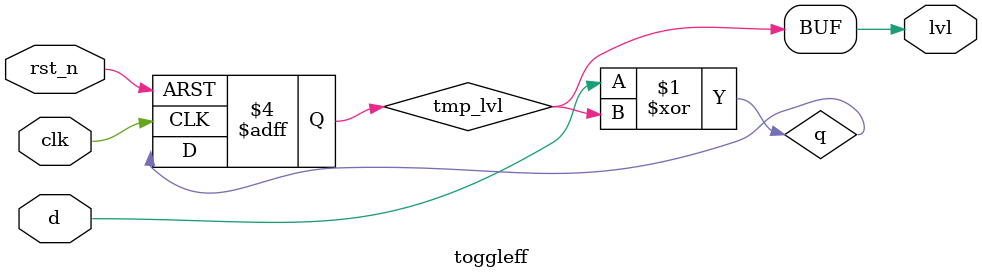
<source format=v>
`timescale 1ns/1ps


module toggleff (
	input  wire clk,
	input  wire rst_n,
	input  wire d,      // pulse signal
	output wire lvl     // level signal
);


wire q;
reg  tmp_lvl;

assign q = d ^ tmp_lvl;

always @(posedge clk or negedge rst_n) begin
  if (!rst_n) tmp_lvl <= 1'b0;
  else 		  tmp_lvl <= q;
end

assign lvl = tmp_lvl;

endmodule
</source>
